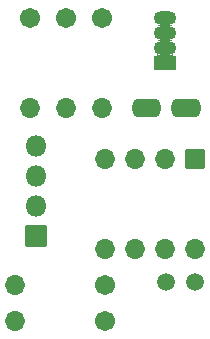
<source format=gts>
G04 #@! TF.GenerationSoftware,KiCad,Pcbnew,6.0.11-2627ca5db0~126~ubuntu20.04.1*
G04 #@! TF.CreationDate,2023-10-24T11:05:38+02:00*
G04 #@! TF.ProjectId,attiny85_I2C_RGB_LED_v21,61747469-6e79-4383-955f-4932435f5247,2.0*
G04 #@! TF.SameCoordinates,Original*
G04 #@! TF.FileFunction,Soldermask,Top*
G04 #@! TF.FilePolarity,Negative*
%FSLAX46Y46*%
G04 Gerber Fmt 4.6, Leading zero omitted, Abs format (unit mm)*
G04 Created by KiCad (PCBNEW 6.0.11-2627ca5db0~126~ubuntu20.04.1) date 2023-10-24 11:05:38*
%MOMM*%
%LPD*%
G01*
G04 APERTURE LIST*
G04 Aperture macros list*
%AMRoundRect*
0 Rectangle with rounded corners*
0 $1 Rounding radius*
0 $2 $3 $4 $5 $6 $7 $8 $9 X,Y pos of 4 corners*
0 Add a 4 corners polygon primitive as box body*
4,1,4,$2,$3,$4,$5,$6,$7,$8,$9,$2,$3,0*
0 Add four circle primitives for the rounded corners*
1,1,$1+$1,$2,$3*
1,1,$1+$1,$4,$5*
1,1,$1+$1,$6,$7*
1,1,$1+$1,$8,$9*
0 Add four rect primitives between the rounded corners*
20,1,$1+$1,$2,$3,$4,$5,0*
20,1,$1+$1,$4,$5,$6,$7,0*
20,1,$1+$1,$6,$7,$8,$9,0*
20,1,$1+$1,$8,$9,$2,$3,0*%
%AMFreePoly0*
4,1,37,0.536062,0.786062,0.551000,0.750000,0.551000,-0.750000,0.536062,-0.786062,0.500000,-0.801000,0.000000,-0.801000,-0.012525,-0.795812,-0.080875,-0.794559,-0.095149,-0.792248,-0.230464,-0.749973,-0.243516,-0.743747,-0.361526,-0.665192,-0.372306,-0.655554,-0.463526,-0.547035,-0.471167,-0.534759,-0.528262,-0.405000,-0.532150,-0.391073,-0.549733,-0.256613,-0.548336,-0.256430,-0.551000,-0.250000,
-0.551000,0.250000,-0.550512,0.251179,-0.550356,0.263956,-0.528545,0.404033,-0.524317,0.417860,-0.464069,0.546185,-0.456130,0.558271,-0.362286,0.664529,-0.351274,0.673901,-0.231379,0.749549,-0.218180,0.755454,-0.081873,0.794411,-0.067546,0.796373,-0.011990,0.796033,0.000000,0.801000,0.500000,0.801000,0.536062,0.786062,0.536062,0.786062,$1*%
%AMFreePoly1*
4,1,37,0.012349,0.795885,0.074216,0.795507,0.088518,0.793370,0.224339,0.752751,0.237465,0.746685,0.356427,0.669578,0.367324,0.660073,0.459862,0.552676,0.467652,0.540494,0.526329,0.411442,0.530388,0.397563,0.550485,0.257230,0.551000,0.250000,0.551000,-0.250000,0.550996,-0.250622,0.550847,-0.262838,0.550144,-0.270677,0.526624,-0.410478,0.522228,-0.424254,0.460416,-0.551833,
0.452330,-0.563821,0.357195,-0.668925,0.346069,-0.678161,0.225259,-0.752338,0.211989,-0.758081,0.075216,-0.795370,0.060866,-0.797157,0.011464,-0.796251,0.000000,-0.801000,-0.500000,-0.801000,-0.536062,-0.786062,-0.551000,-0.750000,-0.551000,0.750000,-0.536062,0.786062,-0.500000,0.801000,0.000000,0.801000,0.012349,0.795885,0.012349,0.795885,$1*%
G04 Aperture macros list end*
%ADD10C,1.702000*%
%ADD11O,1.702000X1.702000*%
%ADD12RoundRect,0.051000X-0.800000X0.800000X-0.800000X-0.800000X0.800000X-0.800000X0.800000X0.800000X0*%
%ADD13C,1.502000*%
%ADD14RoundRect,0.051000X0.900000X-0.535000X0.900000X0.535000X-0.900000X0.535000X-0.900000X-0.535000X0*%
%ADD15O,1.902000X1.172000*%
%ADD16RoundRect,0.051000X0.850000X0.850000X-0.850000X0.850000X-0.850000X-0.850000X0.850000X-0.850000X0*%
%ADD17O,1.802000X1.802000*%
%ADD18FreePoly0,180.000000*%
%ADD19FreePoly1,180.000000*%
G04 APERTURE END LIST*
D10*
X113284000Y-114046000D03*
D11*
X113284000Y-121666000D03*
D10*
X116332000Y-114046000D03*
D11*
X116332000Y-121666000D03*
D10*
X110236000Y-114046000D03*
D11*
X110236000Y-121666000D03*
D12*
X124196000Y-125994000D03*
D11*
X121656000Y-125994000D03*
X119116000Y-125994000D03*
X116576000Y-125994000D03*
X116576000Y-133614000D03*
X119116000Y-133614000D03*
X121656000Y-133614000D03*
X124196000Y-133614000D03*
D13*
X124206000Y-136398000D03*
X121706000Y-136398000D03*
D14*
X121666000Y-117856000D03*
D15*
X121666000Y-116586000D03*
X121666000Y-115316000D03*
X121666000Y-114046000D03*
D16*
X110744000Y-132500000D03*
D17*
X110744000Y-129960000D03*
X110744000Y-127420000D03*
X110744000Y-124880000D03*
D10*
X116586000Y-136652000D03*
D11*
X108966000Y-136652000D03*
D10*
X116586000Y-139700000D03*
D11*
X108966000Y-139700000D03*
D18*
X124094000Y-121666000D03*
D19*
X122794000Y-121666000D03*
D18*
X120756200Y-121666000D03*
D19*
X119456200Y-121666000D03*
G36*
X120005467Y-120899301D02*
G01*
X120057146Y-120942489D01*
X120125861Y-120951120D01*
X120188491Y-120921156D01*
X120206548Y-120900318D01*
X120208438Y-120899664D01*
X120209949Y-120900974D01*
X120210021Y-120902018D01*
X120207200Y-120916199D01*
X120207200Y-122415801D01*
X120210178Y-122430774D01*
X120209535Y-122432668D01*
X120207573Y-122433058D01*
X120206933Y-122432699D01*
X120155254Y-122389511D01*
X120086539Y-122380880D01*
X120023909Y-122410844D01*
X120005852Y-122431682D01*
X120003962Y-122432336D01*
X120002451Y-122431026D01*
X120002379Y-122429982D01*
X120005200Y-122415801D01*
X120005200Y-120916199D01*
X120002222Y-120901226D01*
X120002865Y-120899332D01*
X120004827Y-120898942D01*
X120005467Y-120899301D01*
G37*
G36*
X123343267Y-120899301D02*
G01*
X123394946Y-120942489D01*
X123463661Y-120951120D01*
X123526291Y-120921156D01*
X123544348Y-120900318D01*
X123546238Y-120899664D01*
X123547749Y-120900974D01*
X123547821Y-120902018D01*
X123545000Y-120916199D01*
X123545000Y-122415801D01*
X123547978Y-122430774D01*
X123547335Y-122432668D01*
X123545373Y-122433058D01*
X123544733Y-122432699D01*
X123493054Y-122389511D01*
X123424339Y-122380880D01*
X123361709Y-122410844D01*
X123343652Y-122431682D01*
X123341762Y-122432336D01*
X123340251Y-122431026D01*
X123340179Y-122429982D01*
X123343000Y-122415801D01*
X123343000Y-120916199D01*
X123340022Y-120901226D01*
X123340665Y-120899332D01*
X123342627Y-120898942D01*
X123343267Y-120899301D01*
G37*
G36*
X120903079Y-117010461D02*
G01*
X121009010Y-117091745D01*
X121149854Y-117150084D01*
X121301132Y-117170000D01*
X122030868Y-117170000D01*
X122182146Y-117150084D01*
X122322990Y-117091745D01*
X122426455Y-117012354D01*
X122428438Y-117012093D01*
X122429656Y-117013680D01*
X122429166Y-117015272D01*
X122419420Y-117026210D01*
X122419060Y-117026527D01*
X122394406Y-117043472D01*
X122350506Y-117097422D01*
X122342775Y-117166250D01*
X122373481Y-117228329D01*
X122433018Y-117264038D01*
X122464092Y-117268016D01*
X122465683Y-117269228D01*
X122465429Y-117271212D01*
X122463838Y-117272000D01*
X120868830Y-117272000D01*
X120867098Y-117271000D01*
X120867098Y-117269000D01*
X120868267Y-117268081D01*
X120935279Y-117248405D01*
X120980634Y-117196062D01*
X120990491Y-117127509D01*
X120961648Y-117064353D01*
X120939450Y-117044298D01*
X120908350Y-117022441D01*
X120907993Y-117022120D01*
X120900354Y-117013363D01*
X120899969Y-117011400D01*
X120901476Y-117010085D01*
X120903079Y-117010461D01*
G37*
G36*
X121149854Y-115880084D02*
G01*
X121301132Y-115900000D01*
X122030868Y-115900000D01*
X122182146Y-115880084D01*
X122308380Y-115827796D01*
X122310363Y-115828057D01*
X122311128Y-115829905D01*
X122310278Y-115831292D01*
X122291778Y-115844007D01*
X122291820Y-115844534D01*
X122291220Y-115845270D01*
X122247704Y-115878136D01*
X122223778Y-115943131D01*
X122238789Y-116010741D01*
X122288137Y-116059671D01*
X122301800Y-116065997D01*
X122308209Y-116068496D01*
X122308633Y-116068723D01*
X122313167Y-116071909D01*
X122314009Y-116073723D01*
X122312859Y-116075359D01*
X122311252Y-116075393D01*
X122182146Y-116021916D01*
X122030868Y-116002000D01*
X121301132Y-116002000D01*
X121149854Y-116021916D01*
X121023620Y-116074204D01*
X121021637Y-116073943D01*
X121020872Y-116072095D01*
X121021722Y-116070708D01*
X121040222Y-116057993D01*
X121040180Y-116057466D01*
X121040780Y-116056730D01*
X121084296Y-116023864D01*
X121108222Y-115958869D01*
X121093211Y-115891259D01*
X121043863Y-115842329D01*
X121030200Y-115836003D01*
X121023791Y-115833504D01*
X121023367Y-115833277D01*
X121018833Y-115830091D01*
X121017991Y-115828277D01*
X121019141Y-115826641D01*
X121020748Y-115826607D01*
X121149854Y-115880084D01*
G37*
G36*
X121149854Y-114610084D02*
G01*
X121301132Y-114630000D01*
X122030868Y-114630000D01*
X122182146Y-114610084D01*
X122308380Y-114557796D01*
X122310363Y-114558057D01*
X122311128Y-114559905D01*
X122310278Y-114561292D01*
X122291778Y-114574007D01*
X122291820Y-114574534D01*
X122291220Y-114575270D01*
X122247704Y-114608136D01*
X122223778Y-114673131D01*
X122238789Y-114740741D01*
X122288137Y-114789671D01*
X122301800Y-114795997D01*
X122308209Y-114798496D01*
X122308633Y-114798723D01*
X122313167Y-114801909D01*
X122314009Y-114803723D01*
X122312859Y-114805359D01*
X122311252Y-114805393D01*
X122182146Y-114751916D01*
X122030868Y-114732000D01*
X121301132Y-114732000D01*
X121149854Y-114751916D01*
X121023620Y-114804204D01*
X121021637Y-114803943D01*
X121020872Y-114802095D01*
X121021722Y-114800708D01*
X121040222Y-114787993D01*
X121040180Y-114787466D01*
X121040780Y-114786730D01*
X121084296Y-114753864D01*
X121108222Y-114688869D01*
X121093211Y-114621259D01*
X121043863Y-114572329D01*
X121030200Y-114566003D01*
X121023791Y-114563504D01*
X121023367Y-114563277D01*
X121018833Y-114560091D01*
X121017991Y-114558277D01*
X121019141Y-114556641D01*
X121020748Y-114556607D01*
X121149854Y-114610084D01*
G37*
M02*

</source>
